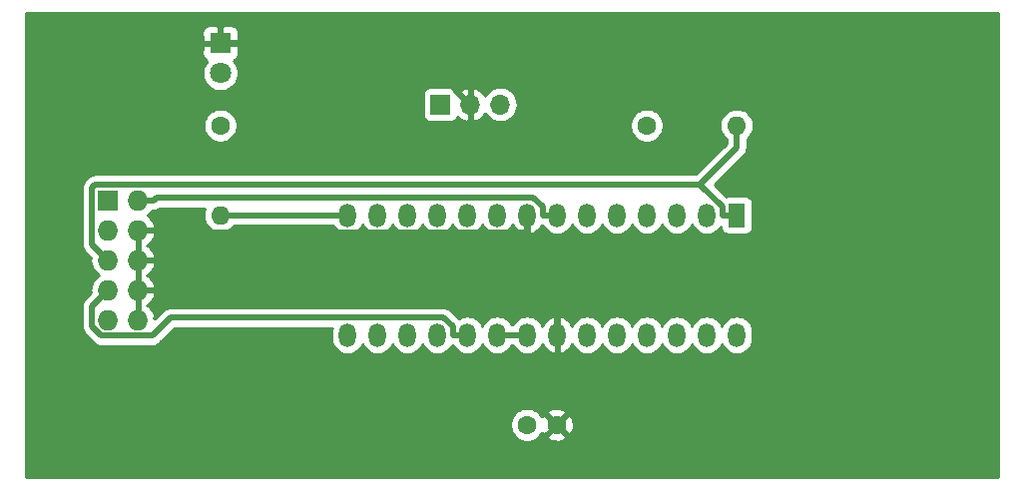
<source format=gbr>
G04 #@! TF.GenerationSoftware,KiCad,Pcbnew,5.1.4-3.fc30*
G04 #@! TF.CreationDate,2019-09-27T12:27:46+02:00*
G04 #@! TF.ProjectId,atmega_prog_adapter_v3,61746d65-6761-45f7-9072-6f675f616461,1.0*
G04 #@! TF.SameCoordinates,Original*
G04 #@! TF.FileFunction,Copper,L1,Top*
G04 #@! TF.FilePolarity,Positive*
%FSLAX46Y46*%
G04 Gerber Fmt 4.6, Leading zero omitted, Abs format (unit mm)*
G04 Created by KiCad (PCBNEW 5.1.4-3.fc30) date 2019-09-27 12:27:46*
%MOMM*%
%LPD*%
G04 APERTURE LIST*
%ADD10O,1.700000X1.700000*%
%ADD11R,1.700000X1.700000*%
%ADD12C,1.600000*%
%ADD13C,1.800000*%
%ADD14R,1.800000X1.800000*%
%ADD15O,1.727200X1.727200*%
%ADD16R,1.727200X1.727200*%
%ADD17O,1.600000X1.600000*%
%ADD18O,1.440000X2.000000*%
%ADD19R,1.440000X2.000000*%
%ADD20C,0.500000*%
%ADD21C,0.254000*%
G04 APERTURE END LIST*
D10*
X134874000Y-92202000D03*
X132334000Y-92202000D03*
D11*
X129794000Y-92202000D03*
D12*
X139660000Y-119380000D03*
X137160000Y-119380000D03*
D13*
X111125000Y-89535000D03*
D14*
X111125000Y-86995000D03*
D15*
X104140000Y-110490000D03*
X101600000Y-110490000D03*
X104140000Y-107950000D03*
X101600000Y-107950000D03*
X104140000Y-105410000D03*
X101600000Y-105410000D03*
X104140000Y-102870000D03*
X101600000Y-102870000D03*
X104140000Y-100330000D03*
D16*
X101600000Y-100330000D03*
D17*
X154940000Y-93980000D03*
D12*
X147320000Y-93980000D03*
D17*
X111125000Y-101600000D03*
D12*
X111125000Y-93980000D03*
D18*
X121920000Y-111760000D03*
X121920000Y-101600000D03*
X124460000Y-111760000D03*
X124460000Y-101600000D03*
X127000000Y-111760000D03*
X127000000Y-101600000D03*
X129540000Y-111760000D03*
X129540000Y-101600000D03*
X132080000Y-111760000D03*
X132080000Y-101600000D03*
X134620000Y-111760000D03*
X134620000Y-101600000D03*
X137160000Y-111760000D03*
X137160000Y-101600000D03*
X139700000Y-111760000D03*
X139700000Y-101600000D03*
X142240000Y-111760000D03*
X142240000Y-101600000D03*
X144780000Y-111760000D03*
X144780000Y-101600000D03*
X147320000Y-111760000D03*
X147320000Y-101600000D03*
X149860000Y-111760000D03*
X149860000Y-101600000D03*
X152400000Y-111760000D03*
X152400000Y-101600000D03*
X154940000Y-111760000D03*
D19*
X154940000Y-101600000D03*
D20*
X104140000Y-100330000D02*
X105503600Y-100330000D01*
X139700000Y-101600000D02*
X138480000Y-101600000D01*
X138480000Y-101600000D02*
X138480000Y-100913800D01*
X138480000Y-100913800D02*
X137688600Y-100122400D01*
X137688600Y-100122400D02*
X105711200Y-100122400D01*
X105711200Y-100122400D02*
X105503600Y-100330000D01*
X137160000Y-111760000D02*
X134620000Y-111760000D01*
X137160000Y-101600000D02*
X137160000Y-103100000D01*
X137107500Y-103102700D02*
X105736300Y-103102700D01*
X105736300Y-103102700D02*
X105503600Y-102870000D01*
X137160000Y-103100000D02*
X137110200Y-103100000D01*
X137110200Y-103100000D02*
X137107500Y-103102700D01*
X139700000Y-111760000D02*
X139700000Y-105695200D01*
X139700000Y-105695200D02*
X137107500Y-103102700D01*
X104140000Y-102870000D02*
X105503600Y-102870000D01*
X111125000Y-86995000D02*
X127127000Y-86995000D01*
X127127000Y-86995000D02*
X132334000Y-92202000D01*
X151804300Y-98998100D02*
X100525600Y-98998100D01*
X100525600Y-98998100D02*
X100270100Y-99253600D01*
X100270100Y-99253600D02*
X100270100Y-104080100D01*
X100270100Y-104080100D02*
X101600000Y-105410000D01*
X153720000Y-101600000D02*
X153720000Y-100913800D01*
X153720000Y-100913800D02*
X151804300Y-98998100D01*
X151804300Y-98998100D02*
X154940000Y-95862400D01*
X154940000Y-95862400D02*
X154940000Y-93980000D01*
X154940000Y-101600000D02*
X153720000Y-101600000D01*
X132080000Y-111760000D02*
X130860000Y-111760000D01*
X130860000Y-111760000D02*
X130860000Y-111073800D01*
X130860000Y-111073800D02*
X130075500Y-110289300D01*
X130075500Y-110289300D02*
X106902900Y-110289300D01*
X106902900Y-110289300D02*
X105358800Y-111833400D01*
X105358800Y-111833400D02*
X101018000Y-111833400D01*
X101018000Y-111833400D02*
X100254000Y-111069400D01*
X100254000Y-111069400D02*
X100254000Y-109296000D01*
X100254000Y-109296000D02*
X101600000Y-107950000D01*
X121920000Y-101600000D02*
X111125000Y-101600000D01*
D21*
G36*
X177140001Y-123800000D02*
G01*
X94640000Y-123800000D01*
X94640000Y-119238665D01*
X135725000Y-119238665D01*
X135725000Y-119521335D01*
X135780147Y-119798574D01*
X135888320Y-120059727D01*
X136045363Y-120294759D01*
X136245241Y-120494637D01*
X136480273Y-120651680D01*
X136741426Y-120759853D01*
X137018665Y-120815000D01*
X137301335Y-120815000D01*
X137578574Y-120759853D01*
X137839727Y-120651680D01*
X138074759Y-120494637D01*
X138196694Y-120372702D01*
X138846903Y-120372702D01*
X138918486Y-120616671D01*
X139173996Y-120737571D01*
X139448184Y-120806300D01*
X139730512Y-120820217D01*
X140010130Y-120778787D01*
X140276292Y-120683603D01*
X140401514Y-120616671D01*
X140473097Y-120372702D01*
X139660000Y-119559605D01*
X138846903Y-120372702D01*
X138196694Y-120372702D01*
X138274637Y-120294759D01*
X138408692Y-120094131D01*
X138423329Y-120121514D01*
X138667298Y-120193097D01*
X139480395Y-119380000D01*
X139839605Y-119380000D01*
X140652702Y-120193097D01*
X140896671Y-120121514D01*
X141017571Y-119866004D01*
X141086300Y-119591816D01*
X141100217Y-119309488D01*
X141058787Y-119029870D01*
X140963603Y-118763708D01*
X140896671Y-118638486D01*
X140652702Y-118566903D01*
X139839605Y-119380000D01*
X139480395Y-119380000D01*
X138667298Y-118566903D01*
X138423329Y-118638486D01*
X138409676Y-118667341D01*
X138274637Y-118465241D01*
X138196694Y-118387298D01*
X138846903Y-118387298D01*
X139660000Y-119200395D01*
X140473097Y-118387298D01*
X140401514Y-118143329D01*
X140146004Y-118022429D01*
X139871816Y-117953700D01*
X139589488Y-117939783D01*
X139309870Y-117981213D01*
X139043708Y-118076397D01*
X138918486Y-118143329D01*
X138846903Y-118387298D01*
X138196694Y-118387298D01*
X138074759Y-118265363D01*
X137839727Y-118108320D01*
X137578574Y-118000147D01*
X137301335Y-117945000D01*
X137018665Y-117945000D01*
X136741426Y-118000147D01*
X136480273Y-118108320D01*
X136245241Y-118265363D01*
X136045363Y-118465241D01*
X135888320Y-118700273D01*
X135780147Y-118961426D01*
X135725000Y-119238665D01*
X94640000Y-119238665D01*
X94640000Y-109296000D01*
X99364719Y-109296000D01*
X99369001Y-109339479D01*
X99369000Y-111025931D01*
X99364719Y-111069400D01*
X99369000Y-111112869D01*
X99369000Y-111112876D01*
X99381805Y-111242889D01*
X99432411Y-111409712D01*
X99514589Y-111563458D01*
X99625183Y-111698217D01*
X99658956Y-111725934D01*
X100361470Y-112428449D01*
X100389183Y-112462217D01*
X100422951Y-112489930D01*
X100422953Y-112489932D01*
X100494452Y-112548610D01*
X100523941Y-112572811D01*
X100677687Y-112654989D01*
X100844510Y-112705595D01*
X100974523Y-112718400D01*
X100974533Y-112718400D01*
X101017999Y-112722681D01*
X101061465Y-112718400D01*
X105315331Y-112718400D01*
X105358800Y-112722681D01*
X105402269Y-112718400D01*
X105402277Y-112718400D01*
X105532290Y-112705595D01*
X105699113Y-112654989D01*
X105852859Y-112572811D01*
X105987617Y-112462217D01*
X106015334Y-112428444D01*
X107269479Y-111174300D01*
X120596762Y-111174300D01*
X120584606Y-111214374D01*
X120565000Y-111413436D01*
X120565000Y-112106563D01*
X120584606Y-112305625D01*
X120662086Y-112561044D01*
X120787908Y-112796439D01*
X120957235Y-113002764D01*
X121163560Y-113172092D01*
X121398955Y-113297914D01*
X121654374Y-113375394D01*
X121920000Y-113401556D01*
X122185625Y-113375394D01*
X122441044Y-113297914D01*
X122676439Y-113172092D01*
X122882764Y-113002765D01*
X123052092Y-112796440D01*
X123177914Y-112561045D01*
X123190000Y-112521202D01*
X123202086Y-112561044D01*
X123327908Y-112796439D01*
X123497235Y-113002764D01*
X123703560Y-113172092D01*
X123938955Y-113297914D01*
X124194374Y-113375394D01*
X124460000Y-113401556D01*
X124725625Y-113375394D01*
X124981044Y-113297914D01*
X125216439Y-113172092D01*
X125422764Y-113002765D01*
X125592092Y-112796440D01*
X125717914Y-112561045D01*
X125730000Y-112521202D01*
X125742086Y-112561044D01*
X125867908Y-112796439D01*
X126037235Y-113002764D01*
X126243560Y-113172092D01*
X126478955Y-113297914D01*
X126734374Y-113375394D01*
X127000000Y-113401556D01*
X127265625Y-113375394D01*
X127521044Y-113297914D01*
X127756439Y-113172092D01*
X127962764Y-113002765D01*
X128132092Y-112796440D01*
X128257914Y-112561045D01*
X128270000Y-112521202D01*
X128282086Y-112561044D01*
X128407908Y-112796439D01*
X128577235Y-113002764D01*
X128783560Y-113172092D01*
X129018955Y-113297914D01*
X129274374Y-113375394D01*
X129540000Y-113401556D01*
X129805625Y-113375394D01*
X130061044Y-113297914D01*
X130296439Y-113172092D01*
X130502764Y-113002765D01*
X130672092Y-112796440D01*
X130756214Y-112639060D01*
X130860000Y-112649282D01*
X130868788Y-112648416D01*
X130947908Y-112796439D01*
X131117235Y-113002764D01*
X131323560Y-113172092D01*
X131558955Y-113297914D01*
X131814374Y-113375394D01*
X132080000Y-113401556D01*
X132345625Y-113375394D01*
X132601044Y-113297914D01*
X132836439Y-113172092D01*
X133042764Y-113002765D01*
X133212092Y-112796440D01*
X133337914Y-112561045D01*
X133350000Y-112521202D01*
X133362086Y-112561044D01*
X133487908Y-112796439D01*
X133657235Y-113002764D01*
X133863560Y-113172092D01*
X134098955Y-113297914D01*
X134354374Y-113375394D01*
X134620000Y-113401556D01*
X134885625Y-113375394D01*
X135141044Y-113297914D01*
X135376439Y-113172092D01*
X135582764Y-113002765D01*
X135752092Y-112796440D01*
X135833039Y-112645000D01*
X135946962Y-112645000D01*
X136027908Y-112796439D01*
X136197235Y-113002764D01*
X136403560Y-113172092D01*
X136638955Y-113297914D01*
X136894374Y-113375394D01*
X137160000Y-113401556D01*
X137425625Y-113375394D01*
X137681044Y-113297914D01*
X137916439Y-113172092D01*
X138122764Y-113002765D01*
X138292092Y-112796440D01*
X138417914Y-112561045D01*
X138431505Y-112516241D01*
X138496744Y-112675869D01*
X138643916Y-112898395D01*
X138831673Y-113087933D01*
X139052799Y-113237199D01*
X139298797Y-113340458D01*
X139363528Y-113352559D01*
X139573000Y-113229489D01*
X139573000Y-111887000D01*
X139553000Y-111887000D01*
X139553000Y-111633000D01*
X139573000Y-111633000D01*
X139573000Y-110290511D01*
X139827000Y-110290511D01*
X139827000Y-111633000D01*
X139847000Y-111633000D01*
X139847000Y-111887000D01*
X139827000Y-111887000D01*
X139827000Y-113229489D01*
X140036472Y-113352559D01*
X140101203Y-113340458D01*
X140347201Y-113237199D01*
X140568327Y-113087933D01*
X140756084Y-112898395D01*
X140903256Y-112675869D01*
X140968495Y-112516241D01*
X140982086Y-112561044D01*
X141107908Y-112796439D01*
X141277235Y-113002764D01*
X141483560Y-113172092D01*
X141718955Y-113297914D01*
X141974374Y-113375394D01*
X142240000Y-113401556D01*
X142505625Y-113375394D01*
X142761044Y-113297914D01*
X142996439Y-113172092D01*
X143202764Y-113002765D01*
X143372092Y-112796440D01*
X143497914Y-112561045D01*
X143510000Y-112521202D01*
X143522086Y-112561044D01*
X143647908Y-112796439D01*
X143817235Y-113002764D01*
X144023560Y-113172092D01*
X144258955Y-113297914D01*
X144514374Y-113375394D01*
X144780000Y-113401556D01*
X145045625Y-113375394D01*
X145301044Y-113297914D01*
X145536439Y-113172092D01*
X145742764Y-113002765D01*
X145912092Y-112796440D01*
X146037914Y-112561045D01*
X146050000Y-112521202D01*
X146062086Y-112561044D01*
X146187908Y-112796439D01*
X146357235Y-113002764D01*
X146563560Y-113172092D01*
X146798955Y-113297914D01*
X147054374Y-113375394D01*
X147320000Y-113401556D01*
X147585625Y-113375394D01*
X147841044Y-113297914D01*
X148076439Y-113172092D01*
X148282764Y-113002765D01*
X148452092Y-112796440D01*
X148577914Y-112561045D01*
X148590000Y-112521202D01*
X148602086Y-112561044D01*
X148727908Y-112796439D01*
X148897235Y-113002764D01*
X149103560Y-113172092D01*
X149338955Y-113297914D01*
X149594374Y-113375394D01*
X149860000Y-113401556D01*
X150125625Y-113375394D01*
X150381044Y-113297914D01*
X150616439Y-113172092D01*
X150822764Y-113002765D01*
X150992092Y-112796440D01*
X151117914Y-112561045D01*
X151130000Y-112521202D01*
X151142086Y-112561044D01*
X151267908Y-112796439D01*
X151437235Y-113002764D01*
X151643560Y-113172092D01*
X151878955Y-113297914D01*
X152134374Y-113375394D01*
X152400000Y-113401556D01*
X152665625Y-113375394D01*
X152921044Y-113297914D01*
X153156439Y-113172092D01*
X153362764Y-113002765D01*
X153532092Y-112796440D01*
X153657914Y-112561045D01*
X153670000Y-112521202D01*
X153682086Y-112561044D01*
X153807908Y-112796439D01*
X153977235Y-113002764D01*
X154183560Y-113172092D01*
X154418955Y-113297914D01*
X154674374Y-113375394D01*
X154940000Y-113401556D01*
X155205625Y-113375394D01*
X155461044Y-113297914D01*
X155696439Y-113172092D01*
X155902764Y-113002765D01*
X156072092Y-112796440D01*
X156197914Y-112561045D01*
X156275394Y-112305626D01*
X156295000Y-112106564D01*
X156295000Y-111413437D01*
X156275394Y-111214375D01*
X156197914Y-110958955D01*
X156072092Y-110723560D01*
X155902765Y-110517235D01*
X155696440Y-110347908D01*
X155461045Y-110222086D01*
X155205626Y-110144606D01*
X154940000Y-110118444D01*
X154674375Y-110144606D01*
X154418956Y-110222086D01*
X154183561Y-110347908D01*
X153977236Y-110517235D01*
X153807908Y-110723560D01*
X153682086Y-110958955D01*
X153670000Y-110998798D01*
X153657914Y-110958955D01*
X153532092Y-110723560D01*
X153362765Y-110517235D01*
X153156440Y-110347908D01*
X152921045Y-110222086D01*
X152665626Y-110144606D01*
X152400000Y-110118444D01*
X152134375Y-110144606D01*
X151878956Y-110222086D01*
X151643561Y-110347908D01*
X151437236Y-110517235D01*
X151267908Y-110723560D01*
X151142086Y-110958955D01*
X151130000Y-110998798D01*
X151117914Y-110958955D01*
X150992092Y-110723560D01*
X150822765Y-110517235D01*
X150616440Y-110347908D01*
X150381045Y-110222086D01*
X150125626Y-110144606D01*
X149860000Y-110118444D01*
X149594375Y-110144606D01*
X149338956Y-110222086D01*
X149103561Y-110347908D01*
X148897236Y-110517235D01*
X148727908Y-110723560D01*
X148602086Y-110958955D01*
X148590000Y-110998798D01*
X148577914Y-110958955D01*
X148452092Y-110723560D01*
X148282765Y-110517235D01*
X148076440Y-110347908D01*
X147841045Y-110222086D01*
X147585626Y-110144606D01*
X147320000Y-110118444D01*
X147054375Y-110144606D01*
X146798956Y-110222086D01*
X146563561Y-110347908D01*
X146357236Y-110517235D01*
X146187908Y-110723560D01*
X146062086Y-110958955D01*
X146050000Y-110998798D01*
X146037914Y-110958955D01*
X145912092Y-110723560D01*
X145742765Y-110517235D01*
X145536440Y-110347908D01*
X145301045Y-110222086D01*
X145045626Y-110144606D01*
X144780000Y-110118444D01*
X144514375Y-110144606D01*
X144258956Y-110222086D01*
X144023561Y-110347908D01*
X143817236Y-110517235D01*
X143647908Y-110723560D01*
X143522086Y-110958955D01*
X143510000Y-110998798D01*
X143497914Y-110958955D01*
X143372092Y-110723560D01*
X143202765Y-110517235D01*
X142996440Y-110347908D01*
X142761045Y-110222086D01*
X142505626Y-110144606D01*
X142240000Y-110118444D01*
X141974375Y-110144606D01*
X141718956Y-110222086D01*
X141483561Y-110347908D01*
X141277236Y-110517235D01*
X141107908Y-110723560D01*
X140982086Y-110958955D01*
X140968495Y-111003759D01*
X140903256Y-110844131D01*
X140756084Y-110621605D01*
X140568327Y-110432067D01*
X140347201Y-110282801D01*
X140101203Y-110179542D01*
X140036472Y-110167441D01*
X139827000Y-110290511D01*
X139573000Y-110290511D01*
X139363528Y-110167441D01*
X139298797Y-110179542D01*
X139052799Y-110282801D01*
X138831673Y-110432067D01*
X138643916Y-110621605D01*
X138496744Y-110844131D01*
X138431505Y-111003759D01*
X138417914Y-110958955D01*
X138292092Y-110723560D01*
X138122765Y-110517235D01*
X137916440Y-110347908D01*
X137681045Y-110222086D01*
X137425626Y-110144606D01*
X137160000Y-110118444D01*
X136894375Y-110144606D01*
X136638956Y-110222086D01*
X136403561Y-110347908D01*
X136197236Y-110517235D01*
X136027908Y-110723560D01*
X135946961Y-110875000D01*
X135833039Y-110875000D01*
X135752092Y-110723560D01*
X135582765Y-110517235D01*
X135376440Y-110347908D01*
X135141045Y-110222086D01*
X134885626Y-110144606D01*
X134620000Y-110118444D01*
X134354375Y-110144606D01*
X134098956Y-110222086D01*
X133863561Y-110347908D01*
X133657236Y-110517235D01*
X133487908Y-110723560D01*
X133362086Y-110958955D01*
X133350000Y-110998798D01*
X133337914Y-110958955D01*
X133212092Y-110723560D01*
X133042765Y-110517235D01*
X132836440Y-110347908D01*
X132601045Y-110222086D01*
X132345626Y-110144606D01*
X132080000Y-110118444D01*
X131814375Y-110144606D01*
X131558956Y-110222086D01*
X131364047Y-110326268D01*
X130732034Y-109694256D01*
X130704317Y-109660483D01*
X130569559Y-109549889D01*
X130415813Y-109467711D01*
X130248990Y-109417105D01*
X130118977Y-109404300D01*
X130118969Y-109404300D01*
X130075500Y-109400019D01*
X130032031Y-109404300D01*
X106946365Y-109404300D01*
X106902899Y-109400019D01*
X106859433Y-109404300D01*
X106859423Y-109404300D01*
X106729410Y-109417105D01*
X106562587Y-109467711D01*
X106408841Y-109549889D01*
X106408839Y-109549890D01*
X106408840Y-109549890D01*
X106307853Y-109632768D01*
X106307851Y-109632770D01*
X106274083Y-109660483D01*
X106246370Y-109694251D01*
X105577624Y-110362998D01*
X105473818Y-110362998D01*
X105594958Y-110130974D01*
X105549222Y-109980186D01*
X105422684Y-109715056D01*
X105246854Y-109479707D01*
X105028488Y-109283183D01*
X104922230Y-109220000D01*
X105028488Y-109156817D01*
X105246854Y-108960293D01*
X105422684Y-108724944D01*
X105549222Y-108459814D01*
X105594958Y-108309026D01*
X105473817Y-108077000D01*
X104267000Y-108077000D01*
X104267000Y-110363000D01*
X104287000Y-110363000D01*
X104287000Y-110617000D01*
X104267000Y-110617000D01*
X104267000Y-110637000D01*
X104013000Y-110637000D01*
X104013000Y-110617000D01*
X103993000Y-110617000D01*
X103993000Y-110363000D01*
X104013000Y-110363000D01*
X104013000Y-108077000D01*
X103993000Y-108077000D01*
X103993000Y-107823000D01*
X104013000Y-107823000D01*
X104013000Y-105537000D01*
X104267000Y-105537000D01*
X104267000Y-107823000D01*
X105473817Y-107823000D01*
X105594958Y-107590974D01*
X105549222Y-107440186D01*
X105422684Y-107175056D01*
X105246854Y-106939707D01*
X105028488Y-106743183D01*
X104922230Y-106680000D01*
X105028488Y-106616817D01*
X105246854Y-106420293D01*
X105422684Y-106184944D01*
X105549222Y-105919814D01*
X105594958Y-105769026D01*
X105473817Y-105537000D01*
X104267000Y-105537000D01*
X104013000Y-105537000D01*
X103993000Y-105537000D01*
X103993000Y-105283000D01*
X104013000Y-105283000D01*
X104013000Y-102997000D01*
X104267000Y-102997000D01*
X104267000Y-105283000D01*
X105473817Y-105283000D01*
X105594958Y-105050974D01*
X105549222Y-104900186D01*
X105422684Y-104635056D01*
X105246854Y-104399707D01*
X105028488Y-104203183D01*
X104922230Y-104140000D01*
X105028488Y-104076817D01*
X105246854Y-103880293D01*
X105422684Y-103644944D01*
X105549222Y-103379814D01*
X105594958Y-103229026D01*
X105473817Y-102997000D01*
X104267000Y-102997000D01*
X104013000Y-102997000D01*
X103993000Y-102997000D01*
X103993000Y-102743000D01*
X104013000Y-102743000D01*
X104013000Y-102723000D01*
X104267000Y-102723000D01*
X104267000Y-102743000D01*
X105473817Y-102743000D01*
X105594958Y-102510974D01*
X105549222Y-102360186D01*
X105422684Y-102095056D01*
X105246854Y-101859707D01*
X105028488Y-101663183D01*
X104932090Y-101605863D01*
X104976606Y-101582069D01*
X105204797Y-101394797D01*
X105352353Y-101215000D01*
X105460131Y-101215000D01*
X105503600Y-101219281D01*
X105547069Y-101215000D01*
X105547077Y-101215000D01*
X105677090Y-101202195D01*
X105843913Y-101151589D01*
X105997659Y-101069411D01*
X106073219Y-101007400D01*
X109814622Y-101007400D01*
X109792818Y-101048192D01*
X109710764Y-101318691D01*
X109683057Y-101600000D01*
X109710764Y-101881309D01*
X109792818Y-102151808D01*
X109926068Y-102401101D01*
X110105392Y-102619608D01*
X110323899Y-102798932D01*
X110573192Y-102932182D01*
X110843691Y-103014236D01*
X111054508Y-103035000D01*
X111195492Y-103035000D01*
X111406309Y-103014236D01*
X111676808Y-102932182D01*
X111926101Y-102798932D01*
X112144608Y-102619608D01*
X112255078Y-102485000D01*
X120706962Y-102485000D01*
X120787908Y-102636439D01*
X120957235Y-102842764D01*
X121163560Y-103012092D01*
X121398955Y-103137914D01*
X121654374Y-103215394D01*
X121920000Y-103241556D01*
X122185625Y-103215394D01*
X122441044Y-103137914D01*
X122676439Y-103012092D01*
X122882764Y-102842765D01*
X123052092Y-102636440D01*
X123177914Y-102401045D01*
X123190000Y-102361202D01*
X123202086Y-102401044D01*
X123327908Y-102636439D01*
X123497235Y-102842764D01*
X123703560Y-103012092D01*
X123938955Y-103137914D01*
X124194374Y-103215394D01*
X124460000Y-103241556D01*
X124725625Y-103215394D01*
X124981044Y-103137914D01*
X125216439Y-103012092D01*
X125422764Y-102842765D01*
X125592092Y-102636440D01*
X125717914Y-102401045D01*
X125730000Y-102361202D01*
X125742086Y-102401044D01*
X125867908Y-102636439D01*
X126037235Y-102842764D01*
X126243560Y-103012092D01*
X126478955Y-103137914D01*
X126734374Y-103215394D01*
X127000000Y-103241556D01*
X127265625Y-103215394D01*
X127521044Y-103137914D01*
X127756439Y-103012092D01*
X127962764Y-102842765D01*
X128132092Y-102636440D01*
X128257914Y-102401045D01*
X128270000Y-102361202D01*
X128282086Y-102401044D01*
X128407908Y-102636439D01*
X128577235Y-102842764D01*
X128783560Y-103012092D01*
X129018955Y-103137914D01*
X129274374Y-103215394D01*
X129540000Y-103241556D01*
X129805625Y-103215394D01*
X130061044Y-103137914D01*
X130296439Y-103012092D01*
X130502764Y-102842765D01*
X130672092Y-102636440D01*
X130797914Y-102401045D01*
X130810000Y-102361202D01*
X130822086Y-102401044D01*
X130947908Y-102636439D01*
X131117235Y-102842764D01*
X131323560Y-103012092D01*
X131558955Y-103137914D01*
X131814374Y-103215394D01*
X132080000Y-103241556D01*
X132345625Y-103215394D01*
X132601044Y-103137914D01*
X132836439Y-103012092D01*
X133042764Y-102842765D01*
X133212092Y-102636440D01*
X133337914Y-102401045D01*
X133350000Y-102361202D01*
X133362086Y-102401044D01*
X133487908Y-102636439D01*
X133657235Y-102842764D01*
X133863560Y-103012092D01*
X134098955Y-103137914D01*
X134354374Y-103215394D01*
X134620000Y-103241556D01*
X134885625Y-103215394D01*
X135141044Y-103137914D01*
X135376439Y-103012092D01*
X135582764Y-102842765D01*
X135752092Y-102636440D01*
X135877914Y-102401045D01*
X135891505Y-102356241D01*
X135956744Y-102515869D01*
X136103916Y-102738395D01*
X136291673Y-102927933D01*
X136512799Y-103077199D01*
X136758797Y-103180458D01*
X136823528Y-103192559D01*
X137033000Y-103069489D01*
X137033000Y-101727000D01*
X137013000Y-101727000D01*
X137013000Y-101473000D01*
X137033000Y-101473000D01*
X137033000Y-101453000D01*
X137287000Y-101453000D01*
X137287000Y-101473000D01*
X137307000Y-101473000D01*
X137307000Y-101727000D01*
X137287000Y-101727000D01*
X137287000Y-103069489D01*
X137496472Y-103192559D01*
X137561203Y-103180458D01*
X137807201Y-103077199D01*
X138028327Y-102927933D01*
X138216084Y-102738395D01*
X138363256Y-102515869D01*
X138378219Y-102479258D01*
X138480000Y-102489282D01*
X138488788Y-102488416D01*
X138567908Y-102636439D01*
X138737235Y-102842764D01*
X138943560Y-103012092D01*
X139178955Y-103137914D01*
X139434374Y-103215394D01*
X139700000Y-103241556D01*
X139965625Y-103215394D01*
X140221044Y-103137914D01*
X140456439Y-103012092D01*
X140662764Y-102842765D01*
X140832092Y-102636440D01*
X140957914Y-102401045D01*
X140970000Y-102361202D01*
X140982086Y-102401044D01*
X141107908Y-102636439D01*
X141277235Y-102842764D01*
X141483560Y-103012092D01*
X141718955Y-103137914D01*
X141974374Y-103215394D01*
X142240000Y-103241556D01*
X142505625Y-103215394D01*
X142761044Y-103137914D01*
X142996439Y-103012092D01*
X143202764Y-102842765D01*
X143372092Y-102636440D01*
X143497914Y-102401045D01*
X143510000Y-102361202D01*
X143522086Y-102401044D01*
X143647908Y-102636439D01*
X143817235Y-102842764D01*
X144023560Y-103012092D01*
X144258955Y-103137914D01*
X144514374Y-103215394D01*
X144780000Y-103241556D01*
X145045625Y-103215394D01*
X145301044Y-103137914D01*
X145536439Y-103012092D01*
X145742764Y-102842765D01*
X145912092Y-102636440D01*
X146037914Y-102401045D01*
X146050000Y-102361202D01*
X146062086Y-102401044D01*
X146187908Y-102636439D01*
X146357235Y-102842764D01*
X146563560Y-103012092D01*
X146798955Y-103137914D01*
X147054374Y-103215394D01*
X147320000Y-103241556D01*
X147585625Y-103215394D01*
X147841044Y-103137914D01*
X148076439Y-103012092D01*
X148282764Y-102842765D01*
X148452092Y-102636440D01*
X148577914Y-102401045D01*
X148590000Y-102361202D01*
X148602086Y-102401044D01*
X148727908Y-102636439D01*
X148897235Y-102842764D01*
X149103560Y-103012092D01*
X149338955Y-103137914D01*
X149594374Y-103215394D01*
X149860000Y-103241556D01*
X150125625Y-103215394D01*
X150381044Y-103137914D01*
X150616439Y-103012092D01*
X150822764Y-102842765D01*
X150992092Y-102636440D01*
X151117914Y-102401045D01*
X151130000Y-102361202D01*
X151142086Y-102401044D01*
X151267908Y-102636439D01*
X151437235Y-102842764D01*
X151643560Y-103012092D01*
X151878955Y-103137914D01*
X152134374Y-103215394D01*
X152400000Y-103241556D01*
X152665625Y-103215394D01*
X152921044Y-103137914D01*
X153156439Y-103012092D01*
X153362764Y-102842765D01*
X153532092Y-102636440D01*
X153581928Y-102543204D01*
X153581928Y-102600000D01*
X153594188Y-102724482D01*
X153630498Y-102844180D01*
X153689463Y-102954494D01*
X153768815Y-103051185D01*
X153865506Y-103130537D01*
X153975820Y-103189502D01*
X154095518Y-103225812D01*
X154220000Y-103238072D01*
X155660000Y-103238072D01*
X155784482Y-103225812D01*
X155904180Y-103189502D01*
X156014494Y-103130537D01*
X156111185Y-103051185D01*
X156190537Y-102954494D01*
X156249502Y-102844180D01*
X156285812Y-102724482D01*
X156298072Y-102600000D01*
X156298072Y-100600000D01*
X156285812Y-100475518D01*
X156249502Y-100355820D01*
X156190537Y-100245506D01*
X156111185Y-100148815D01*
X156014494Y-100069463D01*
X155904180Y-100010498D01*
X155784482Y-99974188D01*
X155660000Y-99961928D01*
X154220000Y-99961928D01*
X154095518Y-99974188D01*
X154046758Y-99988979D01*
X153055878Y-98998100D01*
X155535050Y-96518929D01*
X155568817Y-96491217D01*
X155679411Y-96356459D01*
X155761589Y-96202713D01*
X155812195Y-96035890D01*
X155825000Y-95905877D01*
X155825000Y-95905867D01*
X155829281Y-95862401D01*
X155825000Y-95818935D01*
X155825000Y-95110078D01*
X155959608Y-94999608D01*
X156138932Y-94781101D01*
X156272182Y-94531808D01*
X156354236Y-94261309D01*
X156381943Y-93980000D01*
X156354236Y-93698691D01*
X156272182Y-93428192D01*
X156138932Y-93178899D01*
X155959608Y-92960392D01*
X155741101Y-92781068D01*
X155491808Y-92647818D01*
X155221309Y-92565764D01*
X155010492Y-92545000D01*
X154869508Y-92545000D01*
X154658691Y-92565764D01*
X154388192Y-92647818D01*
X154138899Y-92781068D01*
X153920392Y-92960392D01*
X153741068Y-93178899D01*
X153607818Y-93428192D01*
X153525764Y-93698691D01*
X153498057Y-93980000D01*
X153525764Y-94261309D01*
X153607818Y-94531808D01*
X153741068Y-94781101D01*
X153920392Y-94999608D01*
X154055000Y-95110078D01*
X154055000Y-95495821D01*
X151437722Y-98113100D01*
X100569069Y-98113100D01*
X100525600Y-98108819D01*
X100482131Y-98113100D01*
X100482123Y-98113100D01*
X100352110Y-98125905D01*
X100185287Y-98176511D01*
X100031541Y-98258689D01*
X99896783Y-98369283D01*
X99869068Y-98403054D01*
X99675056Y-98597066D01*
X99641283Y-98624783D01*
X99530689Y-98759542D01*
X99448511Y-98913288D01*
X99397905Y-99080111D01*
X99385100Y-99210124D01*
X99385100Y-99210131D01*
X99380819Y-99253600D01*
X99385100Y-99297069D01*
X99385101Y-104036621D01*
X99380819Y-104080100D01*
X99397905Y-104253590D01*
X99448512Y-104420413D01*
X99530690Y-104574159D01*
X99613568Y-104675146D01*
X99613571Y-104675149D01*
X99641284Y-104708917D01*
X99675051Y-104736629D01*
X100116948Y-105178526D01*
X100094149Y-105410000D01*
X100123084Y-105703777D01*
X100208775Y-105986264D01*
X100347931Y-106246606D01*
X100535203Y-106474797D01*
X100763394Y-106662069D01*
X100796940Y-106680000D01*
X100763394Y-106697931D01*
X100535203Y-106885203D01*
X100347931Y-107113394D01*
X100208775Y-107373736D01*
X100123084Y-107656223D01*
X100094149Y-107950000D01*
X100116948Y-108181474D01*
X99658951Y-108639471D01*
X99625184Y-108667183D01*
X99597471Y-108700951D01*
X99597468Y-108700954D01*
X99514590Y-108801941D01*
X99432412Y-108955687D01*
X99381805Y-109122510D01*
X99364719Y-109296000D01*
X94640000Y-109296000D01*
X94640000Y-93838665D01*
X109690000Y-93838665D01*
X109690000Y-94121335D01*
X109745147Y-94398574D01*
X109853320Y-94659727D01*
X110010363Y-94894759D01*
X110210241Y-95094637D01*
X110445273Y-95251680D01*
X110706426Y-95359853D01*
X110983665Y-95415000D01*
X111266335Y-95415000D01*
X111543574Y-95359853D01*
X111804727Y-95251680D01*
X112039759Y-95094637D01*
X112239637Y-94894759D01*
X112396680Y-94659727D01*
X112504853Y-94398574D01*
X112560000Y-94121335D01*
X112560000Y-93838665D01*
X145885000Y-93838665D01*
X145885000Y-94121335D01*
X145940147Y-94398574D01*
X146048320Y-94659727D01*
X146205363Y-94894759D01*
X146405241Y-95094637D01*
X146640273Y-95251680D01*
X146901426Y-95359853D01*
X147178665Y-95415000D01*
X147461335Y-95415000D01*
X147738574Y-95359853D01*
X147999727Y-95251680D01*
X148234759Y-95094637D01*
X148434637Y-94894759D01*
X148591680Y-94659727D01*
X148699853Y-94398574D01*
X148755000Y-94121335D01*
X148755000Y-93838665D01*
X148699853Y-93561426D01*
X148591680Y-93300273D01*
X148434637Y-93065241D01*
X148234759Y-92865363D01*
X147999727Y-92708320D01*
X147738574Y-92600147D01*
X147461335Y-92545000D01*
X147178665Y-92545000D01*
X146901426Y-92600147D01*
X146640273Y-92708320D01*
X146405241Y-92865363D01*
X146205363Y-93065241D01*
X146048320Y-93300273D01*
X145940147Y-93561426D01*
X145885000Y-93838665D01*
X112560000Y-93838665D01*
X112504853Y-93561426D01*
X112396680Y-93300273D01*
X112239637Y-93065241D01*
X112039759Y-92865363D01*
X111804727Y-92708320D01*
X111543574Y-92600147D01*
X111266335Y-92545000D01*
X110983665Y-92545000D01*
X110706426Y-92600147D01*
X110445273Y-92708320D01*
X110210241Y-92865363D01*
X110010363Y-93065241D01*
X109853320Y-93300273D01*
X109745147Y-93561426D01*
X109690000Y-93838665D01*
X94640000Y-93838665D01*
X94640000Y-91352000D01*
X128305928Y-91352000D01*
X128305928Y-93052000D01*
X128318188Y-93176482D01*
X128354498Y-93296180D01*
X128413463Y-93406494D01*
X128492815Y-93503185D01*
X128589506Y-93582537D01*
X128699820Y-93641502D01*
X128819518Y-93677812D01*
X128944000Y-93690072D01*
X130644000Y-93690072D01*
X130768482Y-93677812D01*
X130888180Y-93641502D01*
X130998494Y-93582537D01*
X131095185Y-93503185D01*
X131174537Y-93406494D01*
X131233502Y-93296180D01*
X131257966Y-93215534D01*
X131333731Y-93299588D01*
X131567080Y-93473641D01*
X131829901Y-93598825D01*
X131977110Y-93643476D01*
X132207000Y-93522155D01*
X132207000Y-92329000D01*
X132187000Y-92329000D01*
X132187000Y-92075000D01*
X132207000Y-92075000D01*
X132207000Y-90881845D01*
X132461000Y-90881845D01*
X132461000Y-92075000D01*
X132481000Y-92075000D01*
X132481000Y-92329000D01*
X132461000Y-92329000D01*
X132461000Y-93522155D01*
X132690890Y-93643476D01*
X132838099Y-93598825D01*
X133100920Y-93473641D01*
X133334269Y-93299588D01*
X133529178Y-93083355D01*
X133598799Y-92966477D01*
X133633294Y-93031014D01*
X133818866Y-93257134D01*
X134044986Y-93442706D01*
X134302966Y-93580599D01*
X134582889Y-93665513D01*
X134801050Y-93687000D01*
X134946950Y-93687000D01*
X135165111Y-93665513D01*
X135445034Y-93580599D01*
X135703014Y-93442706D01*
X135929134Y-93257134D01*
X136114706Y-93031014D01*
X136252599Y-92773034D01*
X136337513Y-92493111D01*
X136366185Y-92202000D01*
X136337513Y-91910889D01*
X136252599Y-91630966D01*
X136114706Y-91372986D01*
X135929134Y-91146866D01*
X135703014Y-90961294D01*
X135445034Y-90823401D01*
X135165111Y-90738487D01*
X134946950Y-90717000D01*
X134801050Y-90717000D01*
X134582889Y-90738487D01*
X134302966Y-90823401D01*
X134044986Y-90961294D01*
X133818866Y-91146866D01*
X133633294Y-91372986D01*
X133598799Y-91437523D01*
X133529178Y-91320645D01*
X133334269Y-91104412D01*
X133100920Y-90930359D01*
X132838099Y-90805175D01*
X132690890Y-90760524D01*
X132461000Y-90881845D01*
X132207000Y-90881845D01*
X131977110Y-90760524D01*
X131829901Y-90805175D01*
X131567080Y-90930359D01*
X131333731Y-91104412D01*
X131257966Y-91188466D01*
X131233502Y-91107820D01*
X131174537Y-90997506D01*
X131095185Y-90900815D01*
X130998494Y-90821463D01*
X130888180Y-90762498D01*
X130768482Y-90726188D01*
X130644000Y-90713928D01*
X128944000Y-90713928D01*
X128819518Y-90726188D01*
X128699820Y-90762498D01*
X128589506Y-90821463D01*
X128492815Y-90900815D01*
X128413463Y-90997506D01*
X128354498Y-91107820D01*
X128318188Y-91227518D01*
X128305928Y-91352000D01*
X94640000Y-91352000D01*
X94640000Y-87895000D01*
X109586928Y-87895000D01*
X109599188Y-88019482D01*
X109635498Y-88139180D01*
X109694463Y-88249494D01*
X109773815Y-88346185D01*
X109870506Y-88425537D01*
X109980820Y-88484502D01*
X109999127Y-88490056D01*
X109932688Y-88556495D01*
X109764701Y-88807905D01*
X109648989Y-89087257D01*
X109590000Y-89383816D01*
X109590000Y-89686184D01*
X109648989Y-89982743D01*
X109764701Y-90262095D01*
X109932688Y-90513505D01*
X110146495Y-90727312D01*
X110397905Y-90895299D01*
X110677257Y-91011011D01*
X110973816Y-91070000D01*
X111276184Y-91070000D01*
X111572743Y-91011011D01*
X111852095Y-90895299D01*
X112103505Y-90727312D01*
X112317312Y-90513505D01*
X112485299Y-90262095D01*
X112601011Y-89982743D01*
X112660000Y-89686184D01*
X112660000Y-89383816D01*
X112601011Y-89087257D01*
X112485299Y-88807905D01*
X112317312Y-88556495D01*
X112250873Y-88490056D01*
X112269180Y-88484502D01*
X112379494Y-88425537D01*
X112476185Y-88346185D01*
X112555537Y-88249494D01*
X112614502Y-88139180D01*
X112650812Y-88019482D01*
X112663072Y-87895000D01*
X112660000Y-87280750D01*
X112501250Y-87122000D01*
X111252000Y-87122000D01*
X111252000Y-87142000D01*
X110998000Y-87142000D01*
X110998000Y-87122000D01*
X109748750Y-87122000D01*
X109590000Y-87280750D01*
X109586928Y-87895000D01*
X94640000Y-87895000D01*
X94640000Y-86095000D01*
X109586928Y-86095000D01*
X109590000Y-86709250D01*
X109748750Y-86868000D01*
X110998000Y-86868000D01*
X110998000Y-85618750D01*
X111252000Y-85618750D01*
X111252000Y-86868000D01*
X112501250Y-86868000D01*
X112660000Y-86709250D01*
X112663072Y-86095000D01*
X112650812Y-85970518D01*
X112614502Y-85850820D01*
X112555537Y-85740506D01*
X112476185Y-85643815D01*
X112379494Y-85564463D01*
X112269180Y-85505498D01*
X112149482Y-85469188D01*
X112025000Y-85456928D01*
X111410750Y-85460000D01*
X111252000Y-85618750D01*
X110998000Y-85618750D01*
X110839250Y-85460000D01*
X110225000Y-85456928D01*
X110100518Y-85469188D01*
X109980820Y-85505498D01*
X109870506Y-85564463D01*
X109773815Y-85643815D01*
X109694463Y-85740506D01*
X109635498Y-85850820D01*
X109599188Y-85970518D01*
X109586928Y-86095000D01*
X94640000Y-86095000D01*
X94640000Y-84480000D01*
X177140000Y-84480000D01*
X177140001Y-123800000D01*
X177140001Y-123800000D01*
G37*
X177140001Y-123800000D02*
X94640000Y-123800000D01*
X94640000Y-119238665D01*
X135725000Y-119238665D01*
X135725000Y-119521335D01*
X135780147Y-119798574D01*
X135888320Y-120059727D01*
X136045363Y-120294759D01*
X136245241Y-120494637D01*
X136480273Y-120651680D01*
X136741426Y-120759853D01*
X137018665Y-120815000D01*
X137301335Y-120815000D01*
X137578574Y-120759853D01*
X137839727Y-120651680D01*
X138074759Y-120494637D01*
X138196694Y-120372702D01*
X138846903Y-120372702D01*
X138918486Y-120616671D01*
X139173996Y-120737571D01*
X139448184Y-120806300D01*
X139730512Y-120820217D01*
X140010130Y-120778787D01*
X140276292Y-120683603D01*
X140401514Y-120616671D01*
X140473097Y-120372702D01*
X139660000Y-119559605D01*
X138846903Y-120372702D01*
X138196694Y-120372702D01*
X138274637Y-120294759D01*
X138408692Y-120094131D01*
X138423329Y-120121514D01*
X138667298Y-120193097D01*
X139480395Y-119380000D01*
X139839605Y-119380000D01*
X140652702Y-120193097D01*
X140896671Y-120121514D01*
X141017571Y-119866004D01*
X141086300Y-119591816D01*
X141100217Y-119309488D01*
X141058787Y-119029870D01*
X140963603Y-118763708D01*
X140896671Y-118638486D01*
X140652702Y-118566903D01*
X139839605Y-119380000D01*
X139480395Y-119380000D01*
X138667298Y-118566903D01*
X138423329Y-118638486D01*
X138409676Y-118667341D01*
X138274637Y-118465241D01*
X138196694Y-118387298D01*
X138846903Y-118387298D01*
X139660000Y-119200395D01*
X140473097Y-118387298D01*
X140401514Y-118143329D01*
X140146004Y-118022429D01*
X139871816Y-117953700D01*
X139589488Y-117939783D01*
X139309870Y-117981213D01*
X139043708Y-118076397D01*
X138918486Y-118143329D01*
X138846903Y-118387298D01*
X138196694Y-118387298D01*
X138074759Y-118265363D01*
X137839727Y-118108320D01*
X137578574Y-118000147D01*
X137301335Y-117945000D01*
X137018665Y-117945000D01*
X136741426Y-118000147D01*
X136480273Y-118108320D01*
X136245241Y-118265363D01*
X136045363Y-118465241D01*
X135888320Y-118700273D01*
X135780147Y-118961426D01*
X135725000Y-119238665D01*
X94640000Y-119238665D01*
X94640000Y-109296000D01*
X99364719Y-109296000D01*
X99369001Y-109339479D01*
X99369000Y-111025931D01*
X99364719Y-111069400D01*
X99369000Y-111112869D01*
X99369000Y-111112876D01*
X99381805Y-111242889D01*
X99432411Y-111409712D01*
X99514589Y-111563458D01*
X99625183Y-111698217D01*
X99658956Y-111725934D01*
X100361470Y-112428449D01*
X100389183Y-112462217D01*
X100422951Y-112489930D01*
X100422953Y-112489932D01*
X100494452Y-112548610D01*
X100523941Y-112572811D01*
X100677687Y-112654989D01*
X100844510Y-112705595D01*
X100974523Y-112718400D01*
X100974533Y-112718400D01*
X101017999Y-112722681D01*
X101061465Y-112718400D01*
X105315331Y-112718400D01*
X105358800Y-112722681D01*
X105402269Y-112718400D01*
X105402277Y-112718400D01*
X105532290Y-112705595D01*
X105699113Y-112654989D01*
X105852859Y-112572811D01*
X105987617Y-112462217D01*
X106015334Y-112428444D01*
X107269479Y-111174300D01*
X120596762Y-111174300D01*
X120584606Y-111214374D01*
X120565000Y-111413436D01*
X120565000Y-112106563D01*
X120584606Y-112305625D01*
X120662086Y-112561044D01*
X120787908Y-112796439D01*
X120957235Y-113002764D01*
X121163560Y-113172092D01*
X121398955Y-113297914D01*
X121654374Y-113375394D01*
X121920000Y-113401556D01*
X122185625Y-113375394D01*
X122441044Y-113297914D01*
X122676439Y-113172092D01*
X122882764Y-113002765D01*
X123052092Y-112796440D01*
X123177914Y-112561045D01*
X123190000Y-112521202D01*
X123202086Y-112561044D01*
X123327908Y-112796439D01*
X123497235Y-113002764D01*
X123703560Y-113172092D01*
X123938955Y-113297914D01*
X124194374Y-113375394D01*
X124460000Y-113401556D01*
X124725625Y-113375394D01*
X124981044Y-113297914D01*
X125216439Y-113172092D01*
X125422764Y-113002765D01*
X125592092Y-112796440D01*
X125717914Y-112561045D01*
X125730000Y-112521202D01*
X125742086Y-112561044D01*
X125867908Y-112796439D01*
X126037235Y-113002764D01*
X126243560Y-113172092D01*
X126478955Y-113297914D01*
X126734374Y-113375394D01*
X127000000Y-113401556D01*
X127265625Y-113375394D01*
X127521044Y-113297914D01*
X127756439Y-113172092D01*
X127962764Y-113002765D01*
X128132092Y-112796440D01*
X128257914Y-112561045D01*
X128270000Y-112521202D01*
X128282086Y-112561044D01*
X128407908Y-112796439D01*
X128577235Y-113002764D01*
X128783560Y-113172092D01*
X129018955Y-113297914D01*
X129274374Y-113375394D01*
X129540000Y-113401556D01*
X129805625Y-113375394D01*
X130061044Y-113297914D01*
X130296439Y-113172092D01*
X130502764Y-113002765D01*
X130672092Y-112796440D01*
X130756214Y-112639060D01*
X130860000Y-112649282D01*
X130868788Y-112648416D01*
X130947908Y-112796439D01*
X131117235Y-113002764D01*
X131323560Y-113172092D01*
X131558955Y-113297914D01*
X131814374Y-113375394D01*
X132080000Y-113401556D01*
X132345625Y-113375394D01*
X132601044Y-113297914D01*
X132836439Y-113172092D01*
X133042764Y-113002765D01*
X133212092Y-112796440D01*
X133337914Y-112561045D01*
X133350000Y-112521202D01*
X133362086Y-112561044D01*
X133487908Y-112796439D01*
X133657235Y-113002764D01*
X133863560Y-113172092D01*
X134098955Y-113297914D01*
X134354374Y-113375394D01*
X134620000Y-113401556D01*
X134885625Y-113375394D01*
X135141044Y-113297914D01*
X135376439Y-113172092D01*
X135582764Y-113002765D01*
X135752092Y-112796440D01*
X135833039Y-112645000D01*
X135946962Y-112645000D01*
X136027908Y-112796439D01*
X136197235Y-113002764D01*
X136403560Y-113172092D01*
X136638955Y-113297914D01*
X136894374Y-113375394D01*
X137160000Y-113401556D01*
X137425625Y-113375394D01*
X137681044Y-113297914D01*
X137916439Y-113172092D01*
X138122764Y-113002765D01*
X138292092Y-112796440D01*
X138417914Y-112561045D01*
X138431505Y-112516241D01*
X138496744Y-112675869D01*
X138643916Y-112898395D01*
X138831673Y-113087933D01*
X139052799Y-113237199D01*
X139298797Y-113340458D01*
X139363528Y-113352559D01*
X139573000Y-113229489D01*
X139573000Y-111887000D01*
X139553000Y-111887000D01*
X139553000Y-111633000D01*
X139573000Y-111633000D01*
X139573000Y-110290511D01*
X139827000Y-110290511D01*
X139827000Y-111633000D01*
X139847000Y-111633000D01*
X139847000Y-111887000D01*
X139827000Y-111887000D01*
X139827000Y-113229489D01*
X140036472Y-113352559D01*
X140101203Y-113340458D01*
X140347201Y-113237199D01*
X140568327Y-113087933D01*
X140756084Y-112898395D01*
X140903256Y-112675869D01*
X140968495Y-112516241D01*
X140982086Y-112561044D01*
X141107908Y-112796439D01*
X141277235Y-113002764D01*
X141483560Y-113172092D01*
X141718955Y-113297914D01*
X141974374Y-113375394D01*
X142240000Y-113401556D01*
X142505625Y-113375394D01*
X142761044Y-113297914D01*
X142996439Y-113172092D01*
X143202764Y-113002765D01*
X143372092Y-112796440D01*
X143497914Y-112561045D01*
X143510000Y-112521202D01*
X143522086Y-112561044D01*
X143647908Y-112796439D01*
X143817235Y-113002764D01*
X144023560Y-113172092D01*
X144258955Y-113297914D01*
X144514374Y-113375394D01*
X144780000Y-113401556D01*
X145045625Y-113375394D01*
X145301044Y-113297914D01*
X145536439Y-113172092D01*
X145742764Y-113002765D01*
X145912092Y-112796440D01*
X146037914Y-112561045D01*
X146050000Y-112521202D01*
X146062086Y-112561044D01*
X146187908Y-112796439D01*
X146357235Y-113002764D01*
X146563560Y-113172092D01*
X146798955Y-113297914D01*
X147054374Y-113375394D01*
X147320000Y-113401556D01*
X147585625Y-113375394D01*
X147841044Y-113297914D01*
X148076439Y-113172092D01*
X148282764Y-113002765D01*
X148452092Y-112796440D01*
X148577914Y-112561045D01*
X148590000Y-112521202D01*
X148602086Y-112561044D01*
X148727908Y-112796439D01*
X148897235Y-113002764D01*
X149103560Y-113172092D01*
X149338955Y-113297914D01*
X149594374Y-113375394D01*
X149860000Y-113401556D01*
X150125625Y-113375394D01*
X150381044Y-113297914D01*
X150616439Y-113172092D01*
X150822764Y-113002765D01*
X150992092Y-112796440D01*
X151117914Y-112561045D01*
X151130000Y-112521202D01*
X151142086Y-112561044D01*
X151267908Y-112796439D01*
X151437235Y-113002764D01*
X151643560Y-113172092D01*
X151878955Y-113297914D01*
X152134374Y-113375394D01*
X152400000Y-113401556D01*
X152665625Y-113375394D01*
X152921044Y-113297914D01*
X153156439Y-113172092D01*
X153362764Y-113002765D01*
X153532092Y-112796440D01*
X153657914Y-112561045D01*
X153670000Y-112521202D01*
X153682086Y-112561044D01*
X153807908Y-112796439D01*
X153977235Y-113002764D01*
X154183560Y-113172092D01*
X154418955Y-113297914D01*
X154674374Y-113375394D01*
X154940000Y-113401556D01*
X155205625Y-113375394D01*
X155461044Y-113297914D01*
X155696439Y-113172092D01*
X155902764Y-113002765D01*
X156072092Y-112796440D01*
X156197914Y-112561045D01*
X156275394Y-112305626D01*
X156295000Y-112106564D01*
X156295000Y-111413437D01*
X156275394Y-111214375D01*
X156197914Y-110958955D01*
X156072092Y-110723560D01*
X155902765Y-110517235D01*
X155696440Y-110347908D01*
X155461045Y-110222086D01*
X155205626Y-110144606D01*
X154940000Y-110118444D01*
X154674375Y-110144606D01*
X154418956Y-110222086D01*
X154183561Y-110347908D01*
X153977236Y-110517235D01*
X153807908Y-110723560D01*
X153682086Y-110958955D01*
X153670000Y-110998798D01*
X153657914Y-110958955D01*
X153532092Y-110723560D01*
X153362765Y-110517235D01*
X153156440Y-110347908D01*
X152921045Y-110222086D01*
X152665626Y-110144606D01*
X152400000Y-110118444D01*
X152134375Y-110144606D01*
X151878956Y-110222086D01*
X151643561Y-110347908D01*
X151437236Y-110517235D01*
X151267908Y-110723560D01*
X151142086Y-110958955D01*
X151130000Y-110998798D01*
X151117914Y-110958955D01*
X150992092Y-110723560D01*
X150822765Y-110517235D01*
X150616440Y-110347908D01*
X150381045Y-110222086D01*
X150125626Y-110144606D01*
X149860000Y-110118444D01*
X149594375Y-110144606D01*
X149338956Y-110222086D01*
X149103561Y-110347908D01*
X148897236Y-110517235D01*
X148727908Y-110723560D01*
X148602086Y-110958955D01*
X148590000Y-110998798D01*
X148577914Y-110958955D01*
X148452092Y-110723560D01*
X148282765Y-110517235D01*
X148076440Y-110347908D01*
X147841045Y-110222086D01*
X147585626Y-110144606D01*
X147320000Y-110118444D01*
X147054375Y-110144606D01*
X146798956Y-110222086D01*
X146563561Y-110347908D01*
X146357236Y-110517235D01*
X146187908Y-110723560D01*
X146062086Y-110958955D01*
X146050000Y-110998798D01*
X146037914Y-110958955D01*
X145912092Y-110723560D01*
X145742765Y-110517235D01*
X145536440Y-110347908D01*
X145301045Y-110222086D01*
X145045626Y-110144606D01*
X144780000Y-110118444D01*
X144514375Y-110144606D01*
X144258956Y-110222086D01*
X144023561Y-110347908D01*
X143817236Y-110517235D01*
X143647908Y-110723560D01*
X143522086Y-110958955D01*
X143510000Y-110998798D01*
X143497914Y-110958955D01*
X143372092Y-110723560D01*
X143202765Y-110517235D01*
X142996440Y-110347908D01*
X142761045Y-110222086D01*
X142505626Y-110144606D01*
X142240000Y-110118444D01*
X141974375Y-110144606D01*
X141718956Y-110222086D01*
X141483561Y-110347908D01*
X141277236Y-110517235D01*
X141107908Y-110723560D01*
X140982086Y-110958955D01*
X140968495Y-111003759D01*
X140903256Y-110844131D01*
X140756084Y-110621605D01*
X140568327Y-110432067D01*
X140347201Y-110282801D01*
X140101203Y-110179542D01*
X140036472Y-110167441D01*
X139827000Y-110290511D01*
X139573000Y-110290511D01*
X139363528Y-110167441D01*
X139298797Y-110179542D01*
X139052799Y-110282801D01*
X138831673Y-110432067D01*
X138643916Y-110621605D01*
X138496744Y-110844131D01*
X138431505Y-111003759D01*
X138417914Y-110958955D01*
X138292092Y-110723560D01*
X138122765Y-110517235D01*
X137916440Y-110347908D01*
X137681045Y-110222086D01*
X137425626Y-110144606D01*
X137160000Y-110118444D01*
X136894375Y-110144606D01*
X136638956Y-110222086D01*
X136403561Y-110347908D01*
X136197236Y-110517235D01*
X136027908Y-110723560D01*
X135946961Y-110875000D01*
X135833039Y-110875000D01*
X135752092Y-110723560D01*
X135582765Y-110517235D01*
X135376440Y-110347908D01*
X135141045Y-110222086D01*
X134885626Y-110144606D01*
X134620000Y-110118444D01*
X134354375Y-110144606D01*
X134098956Y-110222086D01*
X133863561Y-110347908D01*
X133657236Y-110517235D01*
X133487908Y-110723560D01*
X133362086Y-110958955D01*
X133350000Y-110998798D01*
X133337914Y-110958955D01*
X133212092Y-110723560D01*
X133042765Y-110517235D01*
X132836440Y-110347908D01*
X132601045Y-110222086D01*
X132345626Y-110144606D01*
X132080000Y-110118444D01*
X131814375Y-110144606D01*
X131558956Y-110222086D01*
X131364047Y-110326268D01*
X130732034Y-109694256D01*
X130704317Y-109660483D01*
X130569559Y-109549889D01*
X130415813Y-109467711D01*
X130248990Y-109417105D01*
X130118977Y-109404300D01*
X130118969Y-109404300D01*
X130075500Y-109400019D01*
X130032031Y-109404300D01*
X106946365Y-109404300D01*
X106902899Y-109400019D01*
X106859433Y-109404300D01*
X106859423Y-109404300D01*
X106729410Y-109417105D01*
X106562587Y-109467711D01*
X106408841Y-109549889D01*
X106408839Y-109549890D01*
X106408840Y-109549890D01*
X106307853Y-109632768D01*
X106307851Y-109632770D01*
X106274083Y-109660483D01*
X106246370Y-109694251D01*
X105577624Y-110362998D01*
X105473818Y-110362998D01*
X105594958Y-110130974D01*
X105549222Y-109980186D01*
X105422684Y-109715056D01*
X105246854Y-109479707D01*
X105028488Y-109283183D01*
X104922230Y-109220000D01*
X105028488Y-109156817D01*
X105246854Y-108960293D01*
X105422684Y-108724944D01*
X105549222Y-108459814D01*
X105594958Y-108309026D01*
X105473817Y-108077000D01*
X104267000Y-108077000D01*
X104267000Y-110363000D01*
X104287000Y-110363000D01*
X104287000Y-110617000D01*
X104267000Y-110617000D01*
X104267000Y-110637000D01*
X104013000Y-110637000D01*
X104013000Y-110617000D01*
X103993000Y-110617000D01*
X103993000Y-110363000D01*
X104013000Y-110363000D01*
X104013000Y-108077000D01*
X103993000Y-108077000D01*
X103993000Y-107823000D01*
X104013000Y-107823000D01*
X104013000Y-105537000D01*
X104267000Y-105537000D01*
X104267000Y-107823000D01*
X105473817Y-107823000D01*
X105594958Y-107590974D01*
X105549222Y-107440186D01*
X105422684Y-107175056D01*
X105246854Y-106939707D01*
X105028488Y-106743183D01*
X104922230Y-106680000D01*
X105028488Y-106616817D01*
X105246854Y-106420293D01*
X105422684Y-106184944D01*
X105549222Y-105919814D01*
X105594958Y-105769026D01*
X105473817Y-105537000D01*
X104267000Y-105537000D01*
X104013000Y-105537000D01*
X103993000Y-105537000D01*
X103993000Y-105283000D01*
X104013000Y-105283000D01*
X104013000Y-102997000D01*
X104267000Y-102997000D01*
X104267000Y-105283000D01*
X105473817Y-105283000D01*
X105594958Y-105050974D01*
X105549222Y-104900186D01*
X105422684Y-104635056D01*
X105246854Y-104399707D01*
X105028488Y-104203183D01*
X104922230Y-104140000D01*
X105028488Y-104076817D01*
X105246854Y-103880293D01*
X105422684Y-103644944D01*
X105549222Y-103379814D01*
X105594958Y-103229026D01*
X105473817Y-102997000D01*
X104267000Y-102997000D01*
X104013000Y-102997000D01*
X103993000Y-102997000D01*
X103993000Y-102743000D01*
X104013000Y-102743000D01*
X104013000Y-102723000D01*
X104267000Y-102723000D01*
X104267000Y-102743000D01*
X105473817Y-102743000D01*
X105594958Y-102510974D01*
X105549222Y-102360186D01*
X105422684Y-102095056D01*
X105246854Y-101859707D01*
X105028488Y-101663183D01*
X104932090Y-101605863D01*
X104976606Y-101582069D01*
X105204797Y-101394797D01*
X105352353Y-101215000D01*
X105460131Y-101215000D01*
X105503600Y-101219281D01*
X105547069Y-101215000D01*
X105547077Y-101215000D01*
X105677090Y-101202195D01*
X105843913Y-101151589D01*
X105997659Y-101069411D01*
X106073219Y-101007400D01*
X109814622Y-101007400D01*
X109792818Y-101048192D01*
X109710764Y-101318691D01*
X109683057Y-101600000D01*
X109710764Y-101881309D01*
X109792818Y-102151808D01*
X109926068Y-102401101D01*
X110105392Y-102619608D01*
X110323899Y-102798932D01*
X110573192Y-102932182D01*
X110843691Y-103014236D01*
X111054508Y-103035000D01*
X111195492Y-103035000D01*
X111406309Y-103014236D01*
X111676808Y-102932182D01*
X111926101Y-102798932D01*
X112144608Y-102619608D01*
X112255078Y-102485000D01*
X120706962Y-102485000D01*
X120787908Y-102636439D01*
X120957235Y-102842764D01*
X121163560Y-103012092D01*
X121398955Y-103137914D01*
X121654374Y-103215394D01*
X121920000Y-103241556D01*
X122185625Y-103215394D01*
X122441044Y-103137914D01*
X122676439Y-103012092D01*
X122882764Y-102842765D01*
X123052092Y-102636440D01*
X123177914Y-102401045D01*
X123190000Y-102361202D01*
X123202086Y-102401044D01*
X123327908Y-102636439D01*
X123497235Y-102842764D01*
X123703560Y-103012092D01*
X123938955Y-103137914D01*
X124194374Y-103215394D01*
X124460000Y-103241556D01*
X124725625Y-103215394D01*
X124981044Y-103137914D01*
X125216439Y-103012092D01*
X125422764Y-102842765D01*
X125592092Y-102636440D01*
X125717914Y-102401045D01*
X125730000Y-102361202D01*
X125742086Y-102401044D01*
X125867908Y-102636439D01*
X126037235Y-102842764D01*
X126243560Y-103012092D01*
X126478955Y-103137914D01*
X126734374Y-103215394D01*
X127000000Y-103241556D01*
X127265625Y-103215394D01*
X127521044Y-103137914D01*
X127756439Y-103012092D01*
X127962764Y-102842765D01*
X128132092Y-102636440D01*
X128257914Y-102401045D01*
X128270000Y-102361202D01*
X128282086Y-102401044D01*
X128407908Y-102636439D01*
X128577235Y-102842764D01*
X128783560Y-103012092D01*
X129018955Y-103137914D01*
X129274374Y-103215394D01*
X129540000Y-103241556D01*
X129805625Y-103215394D01*
X130061044Y-103137914D01*
X130296439Y-103012092D01*
X130502764Y-102842765D01*
X130672092Y-102636440D01*
X130797914Y-102401045D01*
X130810000Y-102361202D01*
X130822086Y-102401044D01*
X130947908Y-102636439D01*
X131117235Y-102842764D01*
X131323560Y-103012092D01*
X131558955Y-103137914D01*
X131814374Y-103215394D01*
X132080000Y-103241556D01*
X132345625Y-103215394D01*
X132601044Y-103137914D01*
X132836439Y-103012092D01*
X133042764Y-102842765D01*
X133212092Y-102636440D01*
X133337914Y-102401045D01*
X133350000Y-102361202D01*
X133362086Y-102401044D01*
X133487908Y-102636439D01*
X133657235Y-102842764D01*
X133863560Y-103012092D01*
X134098955Y-103137914D01*
X134354374Y-103215394D01*
X134620000Y-103241556D01*
X134885625Y-103215394D01*
X135141044Y-103137914D01*
X135376439Y-103012092D01*
X135582764Y-102842765D01*
X135752092Y-102636440D01*
X135877914Y-102401045D01*
X135891505Y-102356241D01*
X135956744Y-102515869D01*
X136103916Y-102738395D01*
X136291673Y-102927933D01*
X136512799Y-103077199D01*
X136758797Y-103180458D01*
X136823528Y-103192559D01*
X137033000Y-103069489D01*
X137033000Y-101727000D01*
X137013000Y-101727000D01*
X137013000Y-101473000D01*
X137033000Y-101473000D01*
X137033000Y-101453000D01*
X137287000Y-101453000D01*
X137287000Y-101473000D01*
X137307000Y-101473000D01*
X137307000Y-101727000D01*
X137287000Y-101727000D01*
X137287000Y-103069489D01*
X137496472Y-103192559D01*
X137561203Y-103180458D01*
X137807201Y-103077199D01*
X138028327Y-102927933D01*
X138216084Y-102738395D01*
X138363256Y-102515869D01*
X138378219Y-102479258D01*
X138480000Y-102489282D01*
X138488788Y-102488416D01*
X138567908Y-102636439D01*
X138737235Y-102842764D01*
X138943560Y-103012092D01*
X139178955Y-103137914D01*
X139434374Y-103215394D01*
X139700000Y-103241556D01*
X139965625Y-103215394D01*
X140221044Y-103137914D01*
X140456439Y-103012092D01*
X140662764Y-102842765D01*
X140832092Y-102636440D01*
X140957914Y-102401045D01*
X140970000Y-102361202D01*
X140982086Y-102401044D01*
X141107908Y-102636439D01*
X141277235Y-102842764D01*
X141483560Y-103012092D01*
X141718955Y-103137914D01*
X141974374Y-103215394D01*
X142240000Y-103241556D01*
X142505625Y-103215394D01*
X142761044Y-103137914D01*
X142996439Y-103012092D01*
X143202764Y-102842765D01*
X143372092Y-102636440D01*
X143497914Y-102401045D01*
X143510000Y-102361202D01*
X143522086Y-102401044D01*
X143647908Y-102636439D01*
X143817235Y-102842764D01*
X144023560Y-103012092D01*
X144258955Y-103137914D01*
X144514374Y-103215394D01*
X144780000Y-103241556D01*
X145045625Y-103215394D01*
X145301044Y-103137914D01*
X145536439Y-103012092D01*
X145742764Y-102842765D01*
X145912092Y-102636440D01*
X146037914Y-102401045D01*
X146050000Y-102361202D01*
X146062086Y-102401044D01*
X146187908Y-102636439D01*
X146357235Y-102842764D01*
X146563560Y-103012092D01*
X146798955Y-103137914D01*
X147054374Y-103215394D01*
X147320000Y-103241556D01*
X147585625Y-103215394D01*
X147841044Y-103137914D01*
X148076439Y-103012092D01*
X148282764Y-102842765D01*
X148452092Y-102636440D01*
X148577914Y-102401045D01*
X148590000Y-102361202D01*
X148602086Y-102401044D01*
X148727908Y-102636439D01*
X148897235Y-102842764D01*
X149103560Y-103012092D01*
X149338955Y-103137914D01*
X149594374Y-103215394D01*
X149860000Y-103241556D01*
X150125625Y-103215394D01*
X150381044Y-103137914D01*
X150616439Y-103012092D01*
X150822764Y-102842765D01*
X150992092Y-102636440D01*
X151117914Y-102401045D01*
X151130000Y-102361202D01*
X151142086Y-102401044D01*
X151267908Y-102636439D01*
X151437235Y-102842764D01*
X151643560Y-103012092D01*
X151878955Y-103137914D01*
X152134374Y-103215394D01*
X152400000Y-103241556D01*
X152665625Y-103215394D01*
X152921044Y-103137914D01*
X153156439Y-103012092D01*
X153362764Y-102842765D01*
X153532092Y-102636440D01*
X153581928Y-102543204D01*
X153581928Y-102600000D01*
X153594188Y-102724482D01*
X153630498Y-102844180D01*
X153689463Y-102954494D01*
X153768815Y-103051185D01*
X153865506Y-103130537D01*
X153975820Y-103189502D01*
X154095518Y-103225812D01*
X154220000Y-103238072D01*
X155660000Y-103238072D01*
X155784482Y-103225812D01*
X155904180Y-103189502D01*
X156014494Y-103130537D01*
X156111185Y-103051185D01*
X156190537Y-102954494D01*
X156249502Y-102844180D01*
X156285812Y-102724482D01*
X156298072Y-102600000D01*
X156298072Y-100600000D01*
X156285812Y-100475518D01*
X156249502Y-100355820D01*
X156190537Y-100245506D01*
X156111185Y-100148815D01*
X156014494Y-100069463D01*
X155904180Y-100010498D01*
X155784482Y-99974188D01*
X155660000Y-99961928D01*
X154220000Y-99961928D01*
X154095518Y-99974188D01*
X154046758Y-99988979D01*
X153055878Y-98998100D01*
X155535050Y-96518929D01*
X155568817Y-96491217D01*
X155679411Y-96356459D01*
X155761589Y-96202713D01*
X155812195Y-96035890D01*
X155825000Y-95905877D01*
X155825000Y-95905867D01*
X155829281Y-95862401D01*
X155825000Y-95818935D01*
X155825000Y-95110078D01*
X155959608Y-94999608D01*
X156138932Y-94781101D01*
X156272182Y-94531808D01*
X156354236Y-94261309D01*
X156381943Y-93980000D01*
X156354236Y-93698691D01*
X156272182Y-93428192D01*
X156138932Y-93178899D01*
X155959608Y-92960392D01*
X155741101Y-92781068D01*
X155491808Y-92647818D01*
X155221309Y-92565764D01*
X155010492Y-92545000D01*
X154869508Y-92545000D01*
X154658691Y-92565764D01*
X154388192Y-92647818D01*
X154138899Y-92781068D01*
X153920392Y-92960392D01*
X153741068Y-93178899D01*
X153607818Y-93428192D01*
X153525764Y-93698691D01*
X153498057Y-93980000D01*
X153525764Y-94261309D01*
X153607818Y-94531808D01*
X153741068Y-94781101D01*
X153920392Y-94999608D01*
X154055000Y-95110078D01*
X154055000Y-95495821D01*
X151437722Y-98113100D01*
X100569069Y-98113100D01*
X100525600Y-98108819D01*
X100482131Y-98113100D01*
X100482123Y-98113100D01*
X100352110Y-98125905D01*
X100185287Y-98176511D01*
X100031541Y-98258689D01*
X99896783Y-98369283D01*
X99869068Y-98403054D01*
X99675056Y-98597066D01*
X99641283Y-98624783D01*
X99530689Y-98759542D01*
X99448511Y-98913288D01*
X99397905Y-99080111D01*
X99385100Y-99210124D01*
X99385100Y-99210131D01*
X99380819Y-99253600D01*
X99385100Y-99297069D01*
X99385101Y-104036621D01*
X99380819Y-104080100D01*
X99397905Y-104253590D01*
X99448512Y-104420413D01*
X99530690Y-104574159D01*
X99613568Y-104675146D01*
X99613571Y-104675149D01*
X99641284Y-104708917D01*
X99675051Y-104736629D01*
X100116948Y-105178526D01*
X100094149Y-105410000D01*
X100123084Y-105703777D01*
X100208775Y-105986264D01*
X100347931Y-106246606D01*
X100535203Y-106474797D01*
X100763394Y-106662069D01*
X100796940Y-106680000D01*
X100763394Y-106697931D01*
X100535203Y-106885203D01*
X100347931Y-107113394D01*
X100208775Y-107373736D01*
X100123084Y-107656223D01*
X100094149Y-107950000D01*
X100116948Y-108181474D01*
X99658951Y-108639471D01*
X99625184Y-108667183D01*
X99597471Y-108700951D01*
X99597468Y-108700954D01*
X99514590Y-108801941D01*
X99432412Y-108955687D01*
X99381805Y-109122510D01*
X99364719Y-109296000D01*
X94640000Y-109296000D01*
X94640000Y-93838665D01*
X109690000Y-93838665D01*
X109690000Y-94121335D01*
X109745147Y-94398574D01*
X109853320Y-94659727D01*
X110010363Y-94894759D01*
X110210241Y-95094637D01*
X110445273Y-95251680D01*
X110706426Y-95359853D01*
X110983665Y-95415000D01*
X111266335Y-95415000D01*
X111543574Y-95359853D01*
X111804727Y-95251680D01*
X112039759Y-95094637D01*
X112239637Y-94894759D01*
X112396680Y-94659727D01*
X112504853Y-94398574D01*
X112560000Y-94121335D01*
X112560000Y-93838665D01*
X145885000Y-93838665D01*
X145885000Y-94121335D01*
X145940147Y-94398574D01*
X146048320Y-94659727D01*
X146205363Y-94894759D01*
X146405241Y-95094637D01*
X146640273Y-95251680D01*
X146901426Y-95359853D01*
X147178665Y-95415000D01*
X147461335Y-95415000D01*
X147738574Y-95359853D01*
X147999727Y-95251680D01*
X148234759Y-95094637D01*
X148434637Y-94894759D01*
X148591680Y-94659727D01*
X148699853Y-94398574D01*
X148755000Y-94121335D01*
X148755000Y-93838665D01*
X148699853Y-93561426D01*
X148591680Y-93300273D01*
X148434637Y-93065241D01*
X148234759Y-92865363D01*
X147999727Y-92708320D01*
X147738574Y-92600147D01*
X147461335Y-92545000D01*
X147178665Y-92545000D01*
X146901426Y-92600147D01*
X146640273Y-92708320D01*
X146405241Y-92865363D01*
X146205363Y-93065241D01*
X146048320Y-93300273D01*
X145940147Y-93561426D01*
X145885000Y-93838665D01*
X112560000Y-93838665D01*
X112504853Y-93561426D01*
X112396680Y-93300273D01*
X112239637Y-93065241D01*
X112039759Y-92865363D01*
X111804727Y-92708320D01*
X111543574Y-92600147D01*
X111266335Y-92545000D01*
X110983665Y-92545000D01*
X110706426Y-92600147D01*
X110445273Y-92708320D01*
X110210241Y-92865363D01*
X110010363Y-93065241D01*
X109853320Y-93300273D01*
X109745147Y-93561426D01*
X109690000Y-93838665D01*
X94640000Y-93838665D01*
X94640000Y-91352000D01*
X128305928Y-91352000D01*
X128305928Y-93052000D01*
X128318188Y-93176482D01*
X128354498Y-93296180D01*
X128413463Y-93406494D01*
X128492815Y-93503185D01*
X128589506Y-93582537D01*
X128699820Y-93641502D01*
X128819518Y-93677812D01*
X128944000Y-93690072D01*
X130644000Y-93690072D01*
X130768482Y-93677812D01*
X130888180Y-93641502D01*
X130998494Y-93582537D01*
X131095185Y-93503185D01*
X131174537Y-93406494D01*
X131233502Y-93296180D01*
X131257966Y-93215534D01*
X131333731Y-93299588D01*
X131567080Y-93473641D01*
X131829901Y-93598825D01*
X131977110Y-93643476D01*
X132207000Y-93522155D01*
X132207000Y-92329000D01*
X132187000Y-92329000D01*
X132187000Y-92075000D01*
X132207000Y-92075000D01*
X132207000Y-90881845D01*
X132461000Y-90881845D01*
X132461000Y-92075000D01*
X132481000Y-92075000D01*
X132481000Y-92329000D01*
X132461000Y-92329000D01*
X132461000Y-93522155D01*
X132690890Y-93643476D01*
X132838099Y-93598825D01*
X133100920Y-93473641D01*
X133334269Y-93299588D01*
X133529178Y-93083355D01*
X133598799Y-92966477D01*
X133633294Y-93031014D01*
X133818866Y-93257134D01*
X134044986Y-93442706D01*
X134302966Y-93580599D01*
X134582889Y-93665513D01*
X134801050Y-93687000D01*
X134946950Y-93687000D01*
X135165111Y-93665513D01*
X135445034Y-93580599D01*
X135703014Y-93442706D01*
X135929134Y-93257134D01*
X136114706Y-93031014D01*
X136252599Y-92773034D01*
X136337513Y-92493111D01*
X136366185Y-92202000D01*
X136337513Y-91910889D01*
X136252599Y-91630966D01*
X136114706Y-91372986D01*
X135929134Y-91146866D01*
X135703014Y-90961294D01*
X135445034Y-90823401D01*
X135165111Y-90738487D01*
X134946950Y-90717000D01*
X134801050Y-90717000D01*
X134582889Y-90738487D01*
X134302966Y-90823401D01*
X134044986Y-90961294D01*
X133818866Y-91146866D01*
X133633294Y-91372986D01*
X133598799Y-91437523D01*
X133529178Y-91320645D01*
X133334269Y-91104412D01*
X133100920Y-90930359D01*
X132838099Y-90805175D01*
X132690890Y-90760524D01*
X132461000Y-90881845D01*
X132207000Y-90881845D01*
X131977110Y-90760524D01*
X131829901Y-90805175D01*
X131567080Y-90930359D01*
X131333731Y-91104412D01*
X131257966Y-91188466D01*
X131233502Y-91107820D01*
X131174537Y-90997506D01*
X131095185Y-90900815D01*
X130998494Y-90821463D01*
X130888180Y-90762498D01*
X130768482Y-90726188D01*
X130644000Y-90713928D01*
X128944000Y-90713928D01*
X128819518Y-90726188D01*
X128699820Y-90762498D01*
X128589506Y-90821463D01*
X128492815Y-90900815D01*
X128413463Y-90997506D01*
X128354498Y-91107820D01*
X128318188Y-91227518D01*
X128305928Y-91352000D01*
X94640000Y-91352000D01*
X94640000Y-87895000D01*
X109586928Y-87895000D01*
X109599188Y-88019482D01*
X109635498Y-88139180D01*
X109694463Y-88249494D01*
X109773815Y-88346185D01*
X109870506Y-88425537D01*
X109980820Y-88484502D01*
X109999127Y-88490056D01*
X109932688Y-88556495D01*
X109764701Y-88807905D01*
X109648989Y-89087257D01*
X109590000Y-89383816D01*
X109590000Y-89686184D01*
X109648989Y-89982743D01*
X109764701Y-90262095D01*
X109932688Y-90513505D01*
X110146495Y-90727312D01*
X110397905Y-90895299D01*
X110677257Y-91011011D01*
X110973816Y-91070000D01*
X111276184Y-91070000D01*
X111572743Y-91011011D01*
X111852095Y-90895299D01*
X112103505Y-90727312D01*
X112317312Y-90513505D01*
X112485299Y-90262095D01*
X112601011Y-89982743D01*
X112660000Y-89686184D01*
X112660000Y-89383816D01*
X112601011Y-89087257D01*
X112485299Y-88807905D01*
X112317312Y-88556495D01*
X112250873Y-88490056D01*
X112269180Y-88484502D01*
X112379494Y-88425537D01*
X112476185Y-88346185D01*
X112555537Y-88249494D01*
X112614502Y-88139180D01*
X112650812Y-88019482D01*
X112663072Y-87895000D01*
X112660000Y-87280750D01*
X112501250Y-87122000D01*
X111252000Y-87122000D01*
X111252000Y-87142000D01*
X110998000Y-87142000D01*
X110998000Y-87122000D01*
X109748750Y-87122000D01*
X109590000Y-87280750D01*
X109586928Y-87895000D01*
X94640000Y-87895000D01*
X94640000Y-86095000D01*
X109586928Y-86095000D01*
X109590000Y-86709250D01*
X109748750Y-86868000D01*
X110998000Y-86868000D01*
X110998000Y-85618750D01*
X111252000Y-85618750D01*
X111252000Y-86868000D01*
X112501250Y-86868000D01*
X112660000Y-86709250D01*
X112663072Y-86095000D01*
X112650812Y-85970518D01*
X112614502Y-85850820D01*
X112555537Y-85740506D01*
X112476185Y-85643815D01*
X112379494Y-85564463D01*
X112269180Y-85505498D01*
X112149482Y-85469188D01*
X112025000Y-85456928D01*
X111410750Y-85460000D01*
X111252000Y-85618750D01*
X110998000Y-85618750D01*
X110839250Y-85460000D01*
X110225000Y-85456928D01*
X110100518Y-85469188D01*
X109980820Y-85505498D01*
X109870506Y-85564463D01*
X109773815Y-85643815D01*
X109694463Y-85740506D01*
X109635498Y-85850820D01*
X109599188Y-85970518D01*
X109586928Y-86095000D01*
X94640000Y-86095000D01*
X94640000Y-84480000D01*
X177140000Y-84480000D01*
X177140001Y-123800000D01*
M02*

</source>
